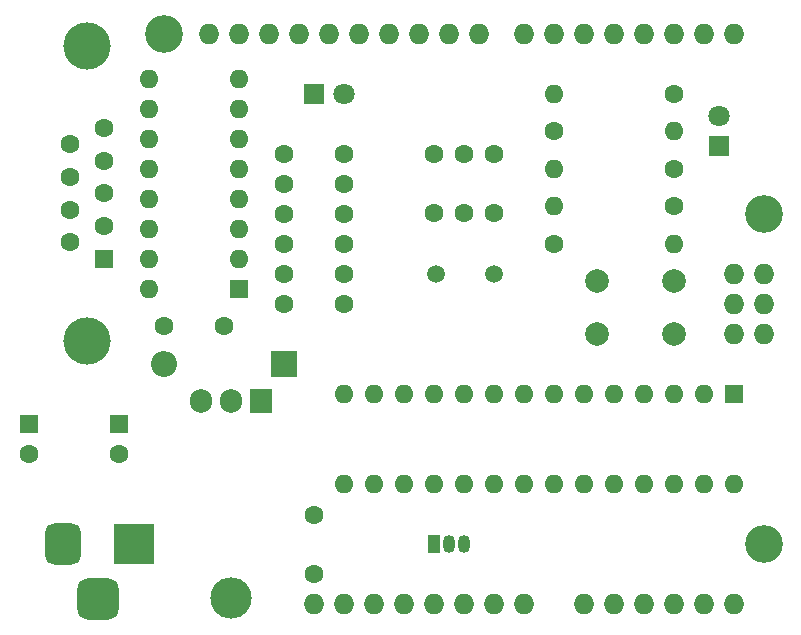
<source format=gts>
G04 #@! TF.GenerationSoftware,KiCad,Pcbnew,6.0.2+dfsg-1*
G04 #@! TF.CreationDate,2022-10-31T09:01:28+01:00*
G04 #@! TF.ProjectId,FreeduinoSerial,46726565-6475-4696-9e6f-53657269616c,rev?*
G04 #@! TF.SameCoordinates,Original*
G04 #@! TF.FileFunction,Soldermask,Top*
G04 #@! TF.FilePolarity,Negative*
%FSLAX46Y46*%
G04 Gerber Fmt 4.6, Leading zero omitted, Abs format (unit mm)*
G04 Created by KiCad (PCBNEW 6.0.2+dfsg-1) date 2022-10-31 09:01:28*
%MOMM*%
%LPD*%
G01*
G04 APERTURE LIST*
G04 Aperture macros list*
%AMRoundRect*
0 Rectangle with rounded corners*
0 $1 Rounding radius*
0 $2 $3 $4 $5 $6 $7 $8 $9 X,Y pos of 4 corners*
0 Add a 4 corners polygon primitive as box body*
4,1,4,$2,$3,$4,$5,$6,$7,$8,$9,$2,$3,0*
0 Add four circle primitives for the rounded corners*
1,1,$1+$1,$2,$3*
1,1,$1+$1,$4,$5*
1,1,$1+$1,$6,$7*
1,1,$1+$1,$8,$9*
0 Add four rect primitives between the rounded corners*
20,1,$1+$1,$2,$3,$4,$5,0*
20,1,$1+$1,$4,$5,$6,$7,0*
20,1,$1+$1,$6,$7,$8,$9,0*
20,1,$1+$1,$8,$9,$2,$3,0*%
G04 Aperture macros list end*
%ADD10C,1.600000*%
%ADD11O,1.600000X1.600000*%
%ADD12R,1.050000X1.500000*%
%ADD13O,1.050000X1.500000*%
%ADD14R,1.800000X1.800000*%
%ADD15C,1.800000*%
%ADD16O,3.500000X3.500000*%
%ADD17R,1.905000X2.000000*%
%ADD18O,1.905000X2.000000*%
%ADD19R,1.600000X1.600000*%
%ADD20R,2.200000X2.200000*%
%ADD21O,2.200000X2.200000*%
%ADD22C,2.000000*%
%ADD23R,3.500000X3.500000*%
%ADD24O,1.727200X1.727200*%
%ADD25C,4.000000*%
%ADD26RoundRect,0.750000X-0.750000X-1.000000X0.750000X-1.000000X0.750000X1.000000X-0.750000X1.000000X0*%
%ADD27RoundRect,0.875000X-0.875000X-0.875000X0.875000X-0.875000X0.875000X0.875000X-0.875000X0.875000X0*%
%ADD28C,3.200000*%
%ADD29C,1.500000*%
G04 APERTURE END LIST*
D10*
X168910000Y-74930000D03*
X163910000Y-74930000D03*
X196850000Y-57150000D03*
D11*
X186690000Y-57150000D03*
D10*
X166370000Y-92790000D03*
X166370000Y-97790000D03*
X186690000Y-69850000D03*
D11*
X196850000Y-69850000D03*
D12*
X176530000Y-95250000D03*
D13*
X177800000Y-95250000D03*
X179070000Y-95250000D03*
D14*
X200660000Y-61595000D03*
D15*
X200660000Y-59055000D03*
D16*
X159385000Y-99845000D03*
D17*
X161925000Y-83185000D03*
D18*
X159385000Y-83185000D03*
X156845000Y-83185000D03*
D11*
X201930000Y-90170000D03*
X199390000Y-90170000D03*
X196850000Y-90170000D03*
X194310000Y-90170000D03*
X191770000Y-90170000D03*
X189230000Y-90170000D03*
X186690000Y-90170000D03*
X184150000Y-90170000D03*
X181610000Y-90170000D03*
X179070000Y-90170000D03*
X176530000Y-90170000D03*
X173990000Y-90170000D03*
X171450000Y-90170000D03*
X168910000Y-90170000D03*
X168910000Y-82550000D03*
X171450000Y-82550000D03*
X173990000Y-82550000D03*
X176530000Y-82550000D03*
X179070000Y-82550000D03*
X181610000Y-82550000D03*
X184150000Y-82550000D03*
X186690000Y-82550000D03*
X189230000Y-82550000D03*
X191770000Y-82550000D03*
X194310000Y-82550000D03*
X196850000Y-82550000D03*
X199390000Y-82550000D03*
D19*
X201930000Y-82550000D03*
X142240000Y-85130000D03*
D10*
X142240000Y-87630000D03*
X181610000Y-67230000D03*
X181610000Y-62230000D03*
X163910000Y-62230000D03*
X168910000Y-62230000D03*
X196850000Y-66675000D03*
D11*
X186690000Y-66675000D03*
D10*
X163910000Y-64770000D03*
X168910000Y-64770000D03*
X196850000Y-63500000D03*
D11*
X186690000Y-63500000D03*
D10*
X163910000Y-67310000D03*
X168910000Y-67310000D03*
D14*
X166370000Y-57150000D03*
D15*
X168910000Y-57150000D03*
D10*
X176530000Y-67230000D03*
X176530000Y-62230000D03*
X179070000Y-67230000D03*
X179070000Y-62230000D03*
X168910000Y-69850000D03*
X163910000Y-69850000D03*
X186690000Y-60325000D03*
D11*
X196850000Y-60325000D03*
D20*
X163830000Y-80010000D03*
D21*
X153670000Y-80010000D03*
D10*
X153750000Y-76835000D03*
X158750000Y-76835000D03*
D22*
X196850000Y-77470000D03*
X190350000Y-77470000D03*
X190350000Y-72970000D03*
X196850000Y-72970000D03*
D23*
X151130000Y-95250000D03*
D24*
X184150000Y-100330000D03*
D10*
X148590000Y-68350000D03*
D24*
X160020000Y-52070000D03*
X157480000Y-52070000D03*
X201930000Y-74930000D03*
D10*
X148590000Y-65580000D03*
D24*
X201930000Y-77470000D03*
X171450000Y-100330000D03*
X204470000Y-74930000D03*
X201930000Y-72390000D03*
X168910000Y-100330000D03*
D25*
X147170000Y-78080000D03*
X147170000Y-53080000D03*
D10*
X148590000Y-60040000D03*
D26*
X145130000Y-95250000D03*
D27*
X148130000Y-99950000D03*
D24*
X204470000Y-77470000D03*
X181610000Y-100330000D03*
X179070000Y-100330000D03*
X165100000Y-52070000D03*
D10*
X148590000Y-62810000D03*
D24*
X167640000Y-52070000D03*
X170180000Y-52070000D03*
X172720000Y-52070000D03*
X175260000Y-52070000D03*
X177800000Y-52070000D03*
X180340000Y-52070000D03*
X184150000Y-52070000D03*
X186690000Y-52070000D03*
X189230000Y-52070000D03*
X191770000Y-52070000D03*
X194310000Y-52070000D03*
X196850000Y-52070000D03*
X199390000Y-52070000D03*
X201930000Y-52070000D03*
X162560000Y-52070000D03*
X201930000Y-100330000D03*
X199390000Y-100330000D03*
X196850000Y-100330000D03*
X194310000Y-100330000D03*
X191770000Y-100330000D03*
X189230000Y-100330000D03*
D10*
X145750000Y-61425000D03*
X145750000Y-64195000D03*
X145750000Y-66965000D03*
X145750000Y-69735000D03*
D24*
X204470000Y-72390000D03*
X176530000Y-100330000D03*
X173990000Y-100330000D03*
D19*
X148590000Y-71120000D03*
D28*
X204470000Y-67310000D03*
D24*
X166370000Y-100330000D03*
D28*
X204470000Y-95250000D03*
X153670000Y-52070000D03*
D10*
X168910000Y-72390000D03*
X163910000Y-72390000D03*
D29*
X181610000Y-72390000D03*
X176730000Y-72390000D03*
D19*
X149860000Y-85130000D03*
D10*
X149860000Y-87630000D03*
D19*
X160020000Y-73660000D03*
D11*
X160020000Y-71120000D03*
X160020000Y-68580000D03*
X160020000Y-66040000D03*
X160020000Y-63500000D03*
X160020000Y-60960000D03*
X160020000Y-58420000D03*
X160020000Y-55880000D03*
X152400000Y-55880000D03*
X152400000Y-58420000D03*
X152400000Y-60960000D03*
X152400000Y-63500000D03*
X152400000Y-66040000D03*
X152400000Y-68580000D03*
X152400000Y-71120000D03*
X152400000Y-73660000D03*
M02*

</source>
